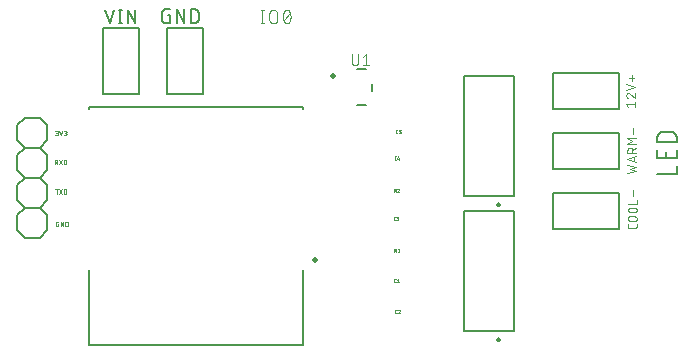
<source format=gbr>
G04 EAGLE Gerber RS-274X export*
G75*
%MOMM*%
%FSLAX34Y34*%
%LPD*%
%INSilkscreen Top*%
%IPPOS*%
%AMOC8*
5,1,8,0,0,1.08239X$1,22.5*%
G01*
%ADD10C,0.152400*%
%ADD11C,0.025400*%
%ADD12C,0.076200*%
%ADD13C,0.127000*%
%ADD14C,0.101600*%
%ADD15C,0.150000*%
%ADD16C,0.500000*%
%ADD17C,0.200000*%


D10*
X555498Y157988D02*
X571754Y157988D01*
X571754Y165213D01*
X571754Y171535D02*
X571754Y178760D01*
X571754Y171535D02*
X555498Y171535D01*
X555498Y178760D01*
X562723Y176954D02*
X562723Y171535D01*
X555498Y185052D02*
X571754Y185052D01*
X555498Y185052D02*
X555498Y189568D01*
X555500Y189699D01*
X555506Y189831D01*
X555515Y189962D01*
X555529Y190092D01*
X555546Y190223D01*
X555567Y190352D01*
X555591Y190481D01*
X555620Y190609D01*
X555652Y190737D01*
X555688Y190863D01*
X555727Y190988D01*
X555770Y191113D01*
X555817Y191235D01*
X555867Y191357D01*
X555921Y191477D01*
X555978Y191595D01*
X556039Y191711D01*
X556103Y191826D01*
X556170Y191939D01*
X556241Y192050D01*
X556315Y192158D01*
X556392Y192265D01*
X556472Y192369D01*
X556555Y192471D01*
X556640Y192570D01*
X556729Y192667D01*
X556821Y192761D01*
X556915Y192853D01*
X557012Y192942D01*
X557111Y193027D01*
X557213Y193110D01*
X557317Y193190D01*
X557424Y193267D01*
X557532Y193341D01*
X557643Y193412D01*
X557756Y193479D01*
X557871Y193543D01*
X557987Y193604D01*
X558105Y193661D01*
X558225Y193715D01*
X558347Y193765D01*
X558469Y193812D01*
X558594Y193855D01*
X558719Y193894D01*
X558845Y193930D01*
X558973Y193962D01*
X559101Y193991D01*
X559230Y194015D01*
X559359Y194036D01*
X559490Y194053D01*
X559620Y194067D01*
X559751Y194076D01*
X559883Y194082D01*
X560014Y194084D01*
X560014Y194083D02*
X567238Y194083D01*
X567238Y194084D02*
X567369Y194082D01*
X567501Y194076D01*
X567632Y194067D01*
X567762Y194053D01*
X567893Y194036D01*
X568022Y194015D01*
X568151Y193991D01*
X568279Y193962D01*
X568407Y193930D01*
X568533Y193894D01*
X568658Y193855D01*
X568783Y193812D01*
X568905Y193765D01*
X569027Y193715D01*
X569147Y193661D01*
X569265Y193604D01*
X569381Y193543D01*
X569496Y193479D01*
X569609Y193412D01*
X569720Y193341D01*
X569828Y193267D01*
X569935Y193190D01*
X570039Y193110D01*
X570141Y193027D01*
X570240Y192942D01*
X570337Y192853D01*
X570431Y192761D01*
X570523Y192667D01*
X570612Y192570D01*
X570697Y192471D01*
X570780Y192369D01*
X570860Y192265D01*
X570937Y192158D01*
X571011Y192050D01*
X571082Y191939D01*
X571149Y191826D01*
X571213Y191711D01*
X571274Y191595D01*
X571331Y191477D01*
X571385Y191357D01*
X571435Y191235D01*
X571482Y191113D01*
X571525Y190988D01*
X571564Y190863D01*
X571600Y190737D01*
X571632Y190609D01*
X571661Y190481D01*
X571685Y190352D01*
X571706Y190222D01*
X571723Y190092D01*
X571737Y189962D01*
X571746Y189831D01*
X571752Y189699D01*
X571754Y189568D01*
X571754Y185052D01*
D11*
X46905Y191135D02*
X45847Y191135D01*
X46905Y191135D02*
X46969Y191137D01*
X47033Y191143D01*
X47096Y191152D01*
X47158Y191166D01*
X47220Y191183D01*
X47280Y191204D01*
X47339Y191228D01*
X47397Y191256D01*
X47452Y191288D01*
X47506Y191322D01*
X47557Y191360D01*
X47607Y191401D01*
X47653Y191445D01*
X47697Y191491D01*
X47738Y191541D01*
X47776Y191592D01*
X47810Y191646D01*
X47842Y191701D01*
X47870Y191759D01*
X47894Y191818D01*
X47915Y191878D01*
X47932Y191940D01*
X47946Y192002D01*
X47955Y192065D01*
X47961Y192129D01*
X47963Y192193D01*
X47961Y192257D01*
X47955Y192321D01*
X47946Y192384D01*
X47932Y192446D01*
X47915Y192508D01*
X47894Y192568D01*
X47870Y192627D01*
X47842Y192685D01*
X47810Y192740D01*
X47776Y192794D01*
X47738Y192845D01*
X47697Y192895D01*
X47653Y192941D01*
X47607Y192985D01*
X47557Y193026D01*
X47506Y193064D01*
X47452Y193098D01*
X47397Y193130D01*
X47339Y193158D01*
X47280Y193182D01*
X47220Y193203D01*
X47158Y193220D01*
X47096Y193234D01*
X47033Y193243D01*
X46969Y193249D01*
X46905Y193251D01*
X47117Y194945D02*
X45847Y194945D01*
X47117Y194945D02*
X47174Y194943D01*
X47230Y194937D01*
X47286Y194928D01*
X47341Y194915D01*
X47395Y194898D01*
X47448Y194878D01*
X47499Y194854D01*
X47549Y194827D01*
X47596Y194796D01*
X47642Y194763D01*
X47685Y194726D01*
X47726Y194687D01*
X47764Y194645D01*
X47799Y194600D01*
X47831Y194554D01*
X47860Y194505D01*
X47885Y194455D01*
X47907Y194402D01*
X47926Y194349D01*
X47941Y194294D01*
X47952Y194239D01*
X47960Y194183D01*
X47964Y194126D01*
X47964Y194070D01*
X47960Y194013D01*
X47952Y193957D01*
X47941Y193902D01*
X47926Y193847D01*
X47907Y193794D01*
X47885Y193741D01*
X47860Y193691D01*
X47831Y193642D01*
X47799Y193596D01*
X47764Y193551D01*
X47726Y193509D01*
X47685Y193470D01*
X47642Y193433D01*
X47596Y193400D01*
X47549Y193369D01*
X47499Y193342D01*
X47448Y193318D01*
X47395Y193298D01*
X47341Y193281D01*
X47286Y193268D01*
X47230Y193259D01*
X47174Y193253D01*
X47117Y193251D01*
X47117Y193252D02*
X46270Y193252D01*
X49293Y194945D02*
X50563Y191135D01*
X51833Y194945D01*
X53162Y191135D02*
X54220Y191135D01*
X54284Y191137D01*
X54348Y191143D01*
X54411Y191152D01*
X54473Y191166D01*
X54535Y191183D01*
X54595Y191204D01*
X54654Y191228D01*
X54712Y191256D01*
X54767Y191288D01*
X54821Y191322D01*
X54872Y191360D01*
X54922Y191401D01*
X54968Y191445D01*
X55012Y191491D01*
X55053Y191541D01*
X55091Y191592D01*
X55125Y191646D01*
X55157Y191701D01*
X55185Y191759D01*
X55209Y191818D01*
X55230Y191878D01*
X55247Y191940D01*
X55261Y192002D01*
X55270Y192065D01*
X55276Y192129D01*
X55278Y192193D01*
X55276Y192257D01*
X55270Y192321D01*
X55261Y192384D01*
X55247Y192446D01*
X55230Y192508D01*
X55209Y192568D01*
X55185Y192627D01*
X55157Y192685D01*
X55125Y192740D01*
X55091Y192794D01*
X55053Y192845D01*
X55012Y192895D01*
X54968Y192941D01*
X54922Y192985D01*
X54872Y193026D01*
X54821Y193064D01*
X54767Y193098D01*
X54712Y193130D01*
X54654Y193158D01*
X54595Y193182D01*
X54535Y193203D01*
X54473Y193220D01*
X54411Y193234D01*
X54348Y193243D01*
X54284Y193249D01*
X54220Y193251D01*
X54432Y194945D02*
X53162Y194945D01*
X54432Y194945D02*
X54489Y194943D01*
X54545Y194937D01*
X54601Y194928D01*
X54656Y194915D01*
X54710Y194898D01*
X54763Y194878D01*
X54814Y194854D01*
X54864Y194827D01*
X54911Y194796D01*
X54957Y194763D01*
X55000Y194726D01*
X55041Y194687D01*
X55079Y194645D01*
X55114Y194600D01*
X55146Y194554D01*
X55175Y194505D01*
X55200Y194455D01*
X55222Y194402D01*
X55241Y194349D01*
X55256Y194294D01*
X55267Y194239D01*
X55275Y194183D01*
X55279Y194126D01*
X55279Y194070D01*
X55275Y194013D01*
X55267Y193957D01*
X55256Y193902D01*
X55241Y193847D01*
X55222Y193794D01*
X55200Y193741D01*
X55175Y193691D01*
X55146Y193642D01*
X55114Y193596D01*
X55079Y193551D01*
X55041Y193509D01*
X55000Y193470D01*
X54957Y193433D01*
X54911Y193400D01*
X54864Y193369D01*
X54814Y193342D01*
X54763Y193318D01*
X54710Y193298D01*
X54656Y193281D01*
X54601Y193268D01*
X54545Y193259D01*
X54489Y193253D01*
X54432Y193251D01*
X54432Y193252D02*
X53585Y193252D01*
X45339Y170307D02*
X45339Y166497D01*
X45339Y170307D02*
X46397Y170307D01*
X46461Y170305D01*
X46525Y170299D01*
X46588Y170290D01*
X46650Y170276D01*
X46712Y170259D01*
X46772Y170238D01*
X46831Y170214D01*
X46889Y170186D01*
X46944Y170154D01*
X46998Y170120D01*
X47049Y170082D01*
X47099Y170041D01*
X47145Y169997D01*
X47189Y169951D01*
X47230Y169901D01*
X47268Y169850D01*
X47302Y169796D01*
X47334Y169741D01*
X47362Y169683D01*
X47386Y169624D01*
X47407Y169564D01*
X47424Y169502D01*
X47438Y169440D01*
X47447Y169377D01*
X47453Y169313D01*
X47455Y169249D01*
X47453Y169185D01*
X47447Y169121D01*
X47438Y169058D01*
X47424Y168996D01*
X47407Y168934D01*
X47386Y168874D01*
X47362Y168815D01*
X47334Y168757D01*
X47302Y168702D01*
X47268Y168648D01*
X47230Y168597D01*
X47189Y168547D01*
X47145Y168501D01*
X47099Y168457D01*
X47049Y168416D01*
X46998Y168378D01*
X46944Y168344D01*
X46889Y168312D01*
X46831Y168284D01*
X46772Y168260D01*
X46712Y168239D01*
X46650Y168222D01*
X46588Y168208D01*
X46525Y168199D01*
X46461Y168193D01*
X46397Y168191D01*
X46397Y168190D02*
X45339Y168190D01*
X46609Y168190D02*
X47456Y166497D01*
X48764Y166497D02*
X51304Y170307D01*
X48764Y170307D02*
X51304Y166497D01*
X52755Y166497D02*
X52755Y170307D01*
X53813Y170307D01*
X53877Y170305D01*
X53941Y170299D01*
X54004Y170290D01*
X54066Y170276D01*
X54128Y170259D01*
X54188Y170238D01*
X54247Y170214D01*
X54305Y170186D01*
X54360Y170154D01*
X54414Y170120D01*
X54465Y170082D01*
X54515Y170041D01*
X54561Y169997D01*
X54605Y169951D01*
X54646Y169901D01*
X54684Y169850D01*
X54718Y169796D01*
X54750Y169741D01*
X54778Y169683D01*
X54802Y169624D01*
X54823Y169564D01*
X54840Y169502D01*
X54854Y169440D01*
X54863Y169377D01*
X54869Y169313D01*
X54871Y169249D01*
X54872Y169249D02*
X54872Y167555D01*
X54871Y167555D02*
X54869Y167491D01*
X54863Y167427D01*
X54854Y167364D01*
X54840Y167302D01*
X54823Y167240D01*
X54802Y167180D01*
X54778Y167121D01*
X54750Y167063D01*
X54718Y167008D01*
X54684Y166954D01*
X54646Y166903D01*
X54605Y166853D01*
X54561Y166807D01*
X54515Y166763D01*
X54465Y166722D01*
X54414Y166684D01*
X54360Y166650D01*
X54305Y166618D01*
X54247Y166590D01*
X54188Y166566D01*
X54128Y166545D01*
X54066Y166528D01*
X54004Y166514D01*
X53941Y166505D01*
X53877Y166499D01*
X53813Y166497D01*
X52755Y166497D01*
X46905Y145415D02*
X46905Y141605D01*
X45847Y145415D02*
X47964Y145415D01*
X51589Y145415D02*
X49049Y141605D01*
X51589Y141605D02*
X49049Y145415D01*
X53040Y145415D02*
X53040Y141605D01*
X53040Y145415D02*
X54099Y145415D01*
X54163Y145413D01*
X54227Y145407D01*
X54290Y145398D01*
X54352Y145384D01*
X54414Y145367D01*
X54474Y145346D01*
X54533Y145322D01*
X54591Y145294D01*
X54646Y145262D01*
X54700Y145228D01*
X54751Y145190D01*
X54801Y145149D01*
X54847Y145105D01*
X54891Y145059D01*
X54932Y145009D01*
X54970Y144958D01*
X55004Y144904D01*
X55036Y144849D01*
X55064Y144791D01*
X55088Y144732D01*
X55109Y144672D01*
X55126Y144610D01*
X55140Y144548D01*
X55149Y144485D01*
X55155Y144421D01*
X55157Y144357D01*
X55157Y142663D01*
X55155Y142599D01*
X55149Y142535D01*
X55140Y142472D01*
X55126Y142410D01*
X55109Y142348D01*
X55088Y142288D01*
X55064Y142229D01*
X55036Y142171D01*
X55004Y142116D01*
X54970Y142062D01*
X54932Y142011D01*
X54891Y141961D01*
X54847Y141915D01*
X54801Y141871D01*
X54751Y141830D01*
X54700Y141792D01*
X54646Y141758D01*
X54591Y141726D01*
X54533Y141698D01*
X54474Y141674D01*
X54414Y141653D01*
X54352Y141636D01*
X54290Y141622D01*
X54227Y141613D01*
X54163Y141607D01*
X54099Y141605D01*
X53040Y141605D01*
X48472Y116290D02*
X47837Y116290D01*
X48472Y116290D02*
X48472Y114173D01*
X47202Y114173D01*
X47147Y114175D01*
X47091Y114180D01*
X47037Y114189D01*
X46983Y114202D01*
X46930Y114218D01*
X46878Y114237D01*
X46827Y114260D01*
X46779Y114286D01*
X46731Y114316D01*
X46686Y114348D01*
X46644Y114383D01*
X46603Y114421D01*
X46565Y114462D01*
X46530Y114504D01*
X46498Y114549D01*
X46468Y114597D01*
X46442Y114645D01*
X46419Y114696D01*
X46400Y114748D01*
X46384Y114801D01*
X46371Y114855D01*
X46362Y114909D01*
X46357Y114965D01*
X46355Y115020D01*
X46355Y117136D01*
X46357Y117194D01*
X46363Y117251D01*
X46373Y117308D01*
X46386Y117365D01*
X46404Y117420D01*
X46425Y117473D01*
X46450Y117526D01*
X46478Y117576D01*
X46510Y117624D01*
X46545Y117671D01*
X46583Y117714D01*
X46624Y117755D01*
X46667Y117793D01*
X46714Y117828D01*
X46762Y117860D01*
X46812Y117888D01*
X46865Y117913D01*
X46918Y117934D01*
X46973Y117952D01*
X47030Y117965D01*
X47087Y117975D01*
X47144Y117981D01*
X47202Y117983D01*
X48472Y117983D01*
X50256Y117983D02*
X50256Y114173D01*
X52373Y114173D02*
X50256Y117983D01*
X52373Y117983D02*
X52373Y114173D01*
X54158Y114173D02*
X54158Y117983D01*
X55216Y117983D01*
X55280Y117981D01*
X55344Y117975D01*
X55407Y117966D01*
X55469Y117952D01*
X55531Y117935D01*
X55591Y117914D01*
X55650Y117890D01*
X55708Y117862D01*
X55763Y117830D01*
X55817Y117796D01*
X55868Y117758D01*
X55918Y117717D01*
X55964Y117673D01*
X56008Y117627D01*
X56049Y117577D01*
X56087Y117526D01*
X56121Y117472D01*
X56153Y117417D01*
X56181Y117359D01*
X56205Y117300D01*
X56226Y117240D01*
X56243Y117178D01*
X56257Y117116D01*
X56266Y117053D01*
X56272Y116989D01*
X56274Y116925D01*
X56274Y115231D01*
X56272Y115167D01*
X56266Y115103D01*
X56257Y115040D01*
X56243Y114978D01*
X56226Y114916D01*
X56205Y114856D01*
X56181Y114797D01*
X56153Y114739D01*
X56121Y114684D01*
X56087Y114630D01*
X56049Y114579D01*
X56008Y114529D01*
X55964Y114483D01*
X55918Y114439D01*
X55868Y114398D01*
X55817Y114360D01*
X55763Y114326D01*
X55708Y114294D01*
X55650Y114266D01*
X55591Y114242D01*
X55531Y114221D01*
X55469Y114204D01*
X55407Y114190D01*
X55344Y114181D01*
X55280Y114175D01*
X55216Y114173D01*
X54158Y114173D01*
D10*
X467360Y213360D02*
X467360Y243840D01*
X467360Y213360D02*
X523240Y213360D01*
X523240Y243840D01*
X467360Y243840D01*
D12*
X529209Y217300D02*
X530846Y215254D01*
X529209Y217300D02*
X536575Y217300D01*
X536575Y215254D02*
X536575Y219347D01*
X531051Y226662D02*
X530966Y226660D01*
X530881Y226654D01*
X530797Y226644D01*
X530713Y226631D01*
X530629Y226613D01*
X530547Y226592D01*
X530466Y226567D01*
X530386Y226538D01*
X530307Y226505D01*
X530230Y226469D01*
X530155Y226429D01*
X530081Y226386D01*
X530010Y226340D01*
X529941Y226290D01*
X529874Y226237D01*
X529810Y226181D01*
X529749Y226122D01*
X529690Y226061D01*
X529634Y225997D01*
X529581Y225930D01*
X529531Y225861D01*
X529485Y225790D01*
X529442Y225716D01*
X529402Y225641D01*
X529366Y225564D01*
X529333Y225485D01*
X529304Y225405D01*
X529279Y225324D01*
X529258Y225242D01*
X529240Y225158D01*
X529227Y225074D01*
X529217Y224990D01*
X529211Y224905D01*
X529209Y224820D01*
X529211Y224724D01*
X529217Y224628D01*
X529227Y224533D01*
X529240Y224438D01*
X529258Y224343D01*
X529279Y224250D01*
X529304Y224157D01*
X529333Y224066D01*
X529365Y223975D01*
X529401Y223886D01*
X529441Y223799D01*
X529484Y223713D01*
X529530Y223629D01*
X529580Y223547D01*
X529634Y223467D01*
X529690Y223390D01*
X529750Y223315D01*
X529812Y223242D01*
X529878Y223172D01*
X529946Y223104D01*
X530017Y223039D01*
X530090Y222978D01*
X530166Y222919D01*
X530245Y222863D01*
X530325Y222811D01*
X530408Y222762D01*
X530492Y222716D01*
X530578Y222674D01*
X530666Y222636D01*
X530755Y222601D01*
X530846Y222569D01*
X532483Y226048D02*
X532424Y226108D01*
X532362Y226165D01*
X532298Y226220D01*
X532231Y226271D01*
X532162Y226320D01*
X532092Y226366D01*
X532019Y226409D01*
X531945Y226449D01*
X531869Y226485D01*
X531791Y226518D01*
X531712Y226548D01*
X531632Y226575D01*
X531551Y226598D01*
X531469Y226617D01*
X531387Y226633D01*
X531303Y226646D01*
X531219Y226655D01*
X531135Y226660D01*
X531051Y226662D01*
X532483Y226048D02*
X536575Y222570D01*
X536575Y226662D01*
X536575Y231931D02*
X529209Y229476D01*
X529209Y234386D02*
X536575Y231931D01*
X533710Y237278D02*
X533710Y242189D01*
X531255Y239734D02*
X536166Y239734D01*
D11*
X334109Y66675D02*
X333488Y66675D01*
X333439Y66677D01*
X333391Y66683D01*
X333343Y66692D01*
X333296Y66705D01*
X333250Y66722D01*
X333206Y66743D01*
X333164Y66767D01*
X333123Y66794D01*
X333085Y66824D01*
X333049Y66857D01*
X333016Y66893D01*
X332986Y66931D01*
X332959Y66972D01*
X332935Y67014D01*
X332914Y67058D01*
X332897Y67104D01*
X332884Y67151D01*
X332875Y67199D01*
X332869Y67247D01*
X332867Y67296D01*
X332867Y68848D01*
X332869Y68897D01*
X332875Y68945D01*
X332884Y68993D01*
X332897Y69040D01*
X332914Y69086D01*
X332935Y69130D01*
X332959Y69172D01*
X332986Y69213D01*
X333016Y69251D01*
X333049Y69287D01*
X333085Y69320D01*
X333123Y69350D01*
X333164Y69377D01*
X333206Y69401D01*
X333250Y69422D01*
X333296Y69439D01*
X333343Y69452D01*
X333391Y69461D01*
X333439Y69467D01*
X333488Y69469D01*
X334109Y69469D01*
X335161Y68848D02*
X335937Y69469D01*
X335937Y66675D01*
X335161Y66675D02*
X336713Y66675D01*
X334871Y40767D02*
X334250Y40767D01*
X334201Y40769D01*
X334153Y40775D01*
X334105Y40784D01*
X334058Y40797D01*
X334012Y40814D01*
X333968Y40835D01*
X333926Y40859D01*
X333885Y40886D01*
X333847Y40916D01*
X333811Y40949D01*
X333778Y40985D01*
X333748Y41023D01*
X333721Y41064D01*
X333697Y41106D01*
X333676Y41150D01*
X333659Y41196D01*
X333646Y41243D01*
X333637Y41291D01*
X333631Y41339D01*
X333629Y41388D01*
X333629Y42940D01*
X333631Y42989D01*
X333637Y43037D01*
X333646Y43085D01*
X333659Y43132D01*
X333676Y43178D01*
X333697Y43222D01*
X333721Y43264D01*
X333748Y43305D01*
X333778Y43343D01*
X333811Y43379D01*
X333847Y43412D01*
X333885Y43442D01*
X333926Y43469D01*
X333968Y43493D01*
X334012Y43514D01*
X334058Y43531D01*
X334105Y43544D01*
X334153Y43553D01*
X334201Y43559D01*
X334250Y43561D01*
X334871Y43561D01*
X336777Y43562D02*
X336827Y43560D01*
X336876Y43555D01*
X336926Y43546D01*
X336974Y43534D01*
X337021Y43518D01*
X337067Y43499D01*
X337112Y43476D01*
X337155Y43451D01*
X337196Y43423D01*
X337235Y43391D01*
X337271Y43357D01*
X337305Y43321D01*
X337337Y43282D01*
X337365Y43241D01*
X337390Y43198D01*
X337413Y43153D01*
X337432Y43107D01*
X337448Y43060D01*
X337460Y43012D01*
X337469Y42962D01*
X337474Y42913D01*
X337476Y42863D01*
X336777Y43561D02*
X336721Y43559D01*
X336664Y43554D01*
X336609Y43545D01*
X336554Y43533D01*
X336500Y43517D01*
X336447Y43498D01*
X336395Y43476D01*
X336345Y43450D01*
X336296Y43421D01*
X336249Y43389D01*
X336205Y43355D01*
X336163Y43318D01*
X336123Y43278D01*
X336085Y43235D01*
X336051Y43191D01*
X336019Y43144D01*
X335991Y43096D01*
X335965Y43045D01*
X335943Y42993D01*
X335924Y42940D01*
X337242Y42320D02*
X337278Y42356D01*
X337311Y42394D01*
X337341Y42435D01*
X337368Y42478D01*
X337393Y42522D01*
X337414Y42568D01*
X337433Y42615D01*
X337448Y42663D01*
X337460Y42712D01*
X337468Y42762D01*
X337473Y42812D01*
X337475Y42863D01*
X337243Y42319D02*
X335923Y40767D01*
X337475Y40767D01*
X333601Y119253D02*
X332980Y119253D01*
X332931Y119255D01*
X332883Y119261D01*
X332835Y119270D01*
X332788Y119283D01*
X332742Y119300D01*
X332698Y119321D01*
X332656Y119345D01*
X332615Y119372D01*
X332577Y119402D01*
X332541Y119435D01*
X332508Y119471D01*
X332478Y119509D01*
X332451Y119550D01*
X332427Y119592D01*
X332406Y119636D01*
X332389Y119682D01*
X332376Y119729D01*
X332367Y119777D01*
X332361Y119825D01*
X332359Y119874D01*
X332359Y121426D01*
X332361Y121475D01*
X332367Y121523D01*
X332376Y121571D01*
X332389Y121618D01*
X332406Y121664D01*
X332427Y121708D01*
X332451Y121750D01*
X332478Y121791D01*
X332508Y121829D01*
X332541Y121865D01*
X332577Y121898D01*
X332615Y121928D01*
X332656Y121955D01*
X332698Y121979D01*
X332742Y122000D01*
X332788Y122017D01*
X332835Y122030D01*
X332883Y122039D01*
X332931Y122045D01*
X332980Y122047D01*
X333601Y122047D01*
X334653Y119253D02*
X335429Y119253D01*
X335484Y119255D01*
X335539Y119261D01*
X335594Y119271D01*
X335648Y119284D01*
X335700Y119302D01*
X335751Y119323D01*
X335801Y119348D01*
X335849Y119376D01*
X335894Y119408D01*
X335937Y119443D01*
X335978Y119480D01*
X336015Y119521D01*
X336050Y119564D01*
X336082Y119609D01*
X336110Y119657D01*
X336135Y119707D01*
X336156Y119758D01*
X336174Y119810D01*
X336187Y119864D01*
X336197Y119919D01*
X336203Y119974D01*
X336205Y120029D01*
X336203Y120084D01*
X336197Y120139D01*
X336187Y120194D01*
X336174Y120248D01*
X336156Y120300D01*
X336135Y120351D01*
X336110Y120401D01*
X336082Y120449D01*
X336050Y120494D01*
X336015Y120537D01*
X335978Y120578D01*
X335937Y120615D01*
X335894Y120650D01*
X335849Y120682D01*
X335801Y120710D01*
X335751Y120735D01*
X335700Y120756D01*
X335648Y120774D01*
X335594Y120787D01*
X335539Y120797D01*
X335484Y120803D01*
X335429Y120805D01*
X335584Y122047D02*
X334653Y122047D01*
X335584Y122047D02*
X335633Y122045D01*
X335681Y122039D01*
X335729Y122030D01*
X335776Y122017D01*
X335822Y122000D01*
X335866Y121979D01*
X335908Y121955D01*
X335949Y121928D01*
X335987Y121898D01*
X336023Y121865D01*
X336056Y121829D01*
X336086Y121791D01*
X336113Y121750D01*
X336137Y121708D01*
X336158Y121664D01*
X336175Y121618D01*
X336188Y121571D01*
X336197Y121523D01*
X336203Y121475D01*
X336205Y121426D01*
X336203Y121377D01*
X336197Y121329D01*
X336188Y121281D01*
X336175Y121234D01*
X336158Y121188D01*
X336137Y121144D01*
X336113Y121102D01*
X336086Y121061D01*
X336056Y121023D01*
X336023Y120987D01*
X335987Y120954D01*
X335949Y120924D01*
X335908Y120897D01*
X335866Y120873D01*
X335822Y120852D01*
X335776Y120835D01*
X335729Y120822D01*
X335681Y120813D01*
X335633Y120807D01*
X335584Y120805D01*
X334964Y120805D01*
X334363Y170561D02*
X333742Y170561D01*
X333693Y170563D01*
X333645Y170569D01*
X333597Y170578D01*
X333550Y170591D01*
X333504Y170608D01*
X333460Y170629D01*
X333418Y170653D01*
X333377Y170680D01*
X333339Y170710D01*
X333303Y170743D01*
X333270Y170779D01*
X333240Y170817D01*
X333213Y170858D01*
X333189Y170900D01*
X333168Y170944D01*
X333151Y170990D01*
X333138Y171037D01*
X333129Y171085D01*
X333123Y171133D01*
X333121Y171182D01*
X333121Y172734D01*
X333123Y172783D01*
X333129Y172831D01*
X333138Y172879D01*
X333151Y172926D01*
X333168Y172972D01*
X333189Y173016D01*
X333213Y173058D01*
X333240Y173099D01*
X333270Y173137D01*
X333303Y173173D01*
X333339Y173206D01*
X333377Y173236D01*
X333418Y173263D01*
X333460Y173287D01*
X333504Y173308D01*
X333550Y173325D01*
X333597Y173338D01*
X333645Y173347D01*
X333693Y173353D01*
X333742Y173355D01*
X334363Y173355D01*
X336036Y173355D02*
X335415Y171182D01*
X336967Y171182D01*
X336502Y171803D02*
X336502Y170561D01*
X335498Y192794D02*
X334877Y192794D01*
X334828Y192796D01*
X334780Y192802D01*
X334732Y192811D01*
X334685Y192824D01*
X334639Y192841D01*
X334595Y192862D01*
X334553Y192886D01*
X334512Y192913D01*
X334474Y192943D01*
X334438Y192976D01*
X334405Y193012D01*
X334375Y193050D01*
X334348Y193091D01*
X334324Y193133D01*
X334303Y193177D01*
X334286Y193223D01*
X334273Y193270D01*
X334264Y193318D01*
X334258Y193366D01*
X334256Y193415D01*
X334256Y194967D01*
X334258Y195016D01*
X334264Y195064D01*
X334273Y195112D01*
X334286Y195159D01*
X334303Y195205D01*
X334324Y195249D01*
X334348Y195291D01*
X334375Y195332D01*
X334405Y195370D01*
X334438Y195406D01*
X334474Y195439D01*
X334512Y195469D01*
X334553Y195496D01*
X334595Y195520D01*
X334639Y195541D01*
X334685Y195558D01*
X334732Y195571D01*
X334780Y195580D01*
X334828Y195586D01*
X334877Y195588D01*
X335498Y195588D01*
X336550Y192794D02*
X337482Y192794D01*
X337531Y192796D01*
X337579Y192802D01*
X337627Y192811D01*
X337674Y192824D01*
X337720Y192841D01*
X337764Y192862D01*
X337806Y192886D01*
X337847Y192913D01*
X337885Y192943D01*
X337921Y192976D01*
X337954Y193012D01*
X337984Y193050D01*
X338011Y193091D01*
X338035Y193133D01*
X338056Y193177D01*
X338073Y193223D01*
X338086Y193270D01*
X338095Y193318D01*
X338101Y193366D01*
X338103Y193415D01*
X338102Y193415D02*
X338102Y193725D01*
X338103Y193725D02*
X338101Y193774D01*
X338095Y193822D01*
X338086Y193870D01*
X338073Y193917D01*
X338056Y193963D01*
X338035Y194007D01*
X338011Y194049D01*
X337984Y194090D01*
X337954Y194128D01*
X337921Y194164D01*
X337885Y194197D01*
X337847Y194227D01*
X337806Y194254D01*
X337764Y194278D01*
X337720Y194299D01*
X337674Y194316D01*
X337627Y194329D01*
X337579Y194338D01*
X337531Y194344D01*
X337482Y194346D01*
X336550Y194346D01*
X336550Y195588D01*
X338102Y195588D01*
D10*
X467360Y142240D02*
X467360Y111760D01*
X523240Y111760D01*
X523240Y142240D01*
X467360Y142240D01*
D12*
X538099Y115594D02*
X538099Y113957D01*
X538097Y113879D01*
X538092Y113801D01*
X538082Y113724D01*
X538069Y113647D01*
X538053Y113571D01*
X538033Y113496D01*
X538009Y113422D01*
X537982Y113349D01*
X537951Y113277D01*
X537917Y113207D01*
X537880Y113139D01*
X537839Y113072D01*
X537795Y113007D01*
X537749Y112945D01*
X537699Y112885D01*
X537647Y112827D01*
X537592Y112772D01*
X537534Y112720D01*
X537474Y112670D01*
X537412Y112624D01*
X537347Y112580D01*
X537281Y112539D01*
X537212Y112502D01*
X537142Y112468D01*
X537070Y112437D01*
X536997Y112410D01*
X536923Y112386D01*
X536848Y112366D01*
X536772Y112350D01*
X536695Y112337D01*
X536618Y112327D01*
X536540Y112322D01*
X536462Y112320D01*
X536462Y112321D02*
X532370Y112321D01*
X532290Y112323D01*
X532210Y112329D01*
X532130Y112339D01*
X532051Y112352D01*
X531972Y112370D01*
X531895Y112391D01*
X531819Y112417D01*
X531744Y112446D01*
X531670Y112478D01*
X531598Y112514D01*
X531528Y112554D01*
X531461Y112597D01*
X531395Y112643D01*
X531332Y112693D01*
X531271Y112745D01*
X531212Y112800D01*
X531157Y112859D01*
X531105Y112919D01*
X531055Y112983D01*
X531009Y113048D01*
X530966Y113116D01*
X530926Y113186D01*
X530890Y113258D01*
X530858Y113332D01*
X530829Y113406D01*
X530804Y113483D01*
X530782Y113560D01*
X530764Y113639D01*
X530751Y113718D01*
X530741Y113797D01*
X530735Y113878D01*
X530733Y113958D01*
X530733Y113957D02*
X530733Y115594D01*
X532779Y118440D02*
X536053Y118440D01*
X532779Y118440D02*
X532690Y118442D01*
X532601Y118448D01*
X532512Y118458D01*
X532424Y118471D01*
X532336Y118488D01*
X532249Y118510D01*
X532164Y118535D01*
X532079Y118563D01*
X531996Y118596D01*
X531914Y118632D01*
X531834Y118671D01*
X531756Y118714D01*
X531680Y118760D01*
X531605Y118810D01*
X531533Y118863D01*
X531464Y118919D01*
X531397Y118978D01*
X531332Y119039D01*
X531271Y119104D01*
X531212Y119171D01*
X531156Y119240D01*
X531103Y119312D01*
X531053Y119387D01*
X531007Y119463D01*
X530964Y119541D01*
X530925Y119621D01*
X530889Y119703D01*
X530856Y119786D01*
X530828Y119871D01*
X530803Y119956D01*
X530781Y120043D01*
X530764Y120131D01*
X530751Y120219D01*
X530741Y120308D01*
X530735Y120397D01*
X530733Y120486D01*
X530735Y120575D01*
X530741Y120664D01*
X530751Y120753D01*
X530764Y120841D01*
X530781Y120929D01*
X530803Y121016D01*
X530828Y121101D01*
X530856Y121186D01*
X530889Y121269D01*
X530925Y121351D01*
X530964Y121431D01*
X531007Y121509D01*
X531053Y121585D01*
X531103Y121660D01*
X531156Y121732D01*
X531212Y121801D01*
X531271Y121868D01*
X531332Y121933D01*
X531397Y121994D01*
X531464Y122053D01*
X531533Y122109D01*
X531605Y122162D01*
X531680Y122212D01*
X531756Y122258D01*
X531834Y122301D01*
X531914Y122340D01*
X531996Y122376D01*
X532079Y122409D01*
X532164Y122437D01*
X532249Y122462D01*
X532336Y122484D01*
X532424Y122501D01*
X532512Y122514D01*
X532601Y122524D01*
X532690Y122530D01*
X532779Y122532D01*
X536053Y122532D01*
X536142Y122530D01*
X536231Y122524D01*
X536320Y122514D01*
X536408Y122501D01*
X536496Y122484D01*
X536583Y122462D01*
X536668Y122437D01*
X536753Y122409D01*
X536836Y122376D01*
X536918Y122340D01*
X536998Y122301D01*
X537076Y122258D01*
X537152Y122212D01*
X537227Y122162D01*
X537299Y122109D01*
X537368Y122053D01*
X537435Y121994D01*
X537500Y121933D01*
X537561Y121868D01*
X537620Y121801D01*
X537676Y121732D01*
X537729Y121660D01*
X537779Y121585D01*
X537825Y121509D01*
X537868Y121431D01*
X537907Y121351D01*
X537943Y121269D01*
X537976Y121186D01*
X538004Y121101D01*
X538029Y121016D01*
X538051Y120929D01*
X538068Y120841D01*
X538081Y120753D01*
X538091Y120664D01*
X538097Y120575D01*
X538099Y120486D01*
X538097Y120397D01*
X538091Y120308D01*
X538081Y120219D01*
X538068Y120131D01*
X538051Y120043D01*
X538029Y119956D01*
X538004Y119871D01*
X537976Y119786D01*
X537943Y119703D01*
X537907Y119621D01*
X537868Y119541D01*
X537825Y119463D01*
X537779Y119387D01*
X537729Y119312D01*
X537676Y119240D01*
X537620Y119171D01*
X537561Y119104D01*
X537500Y119039D01*
X537435Y118978D01*
X537368Y118919D01*
X537299Y118863D01*
X537227Y118810D01*
X537152Y118760D01*
X537076Y118714D01*
X536998Y118671D01*
X536918Y118632D01*
X536836Y118596D01*
X536753Y118563D01*
X536668Y118535D01*
X536583Y118510D01*
X536496Y118488D01*
X536408Y118471D01*
X536320Y118458D01*
X536231Y118448D01*
X536142Y118442D01*
X536053Y118440D01*
X536053Y125755D02*
X532779Y125755D01*
X532690Y125757D01*
X532601Y125763D01*
X532512Y125773D01*
X532424Y125786D01*
X532336Y125803D01*
X532249Y125825D01*
X532164Y125850D01*
X532079Y125878D01*
X531996Y125911D01*
X531914Y125947D01*
X531834Y125986D01*
X531756Y126029D01*
X531680Y126075D01*
X531605Y126125D01*
X531533Y126178D01*
X531464Y126234D01*
X531397Y126293D01*
X531332Y126354D01*
X531271Y126419D01*
X531212Y126486D01*
X531156Y126555D01*
X531103Y126627D01*
X531053Y126702D01*
X531007Y126778D01*
X530964Y126856D01*
X530925Y126936D01*
X530889Y127018D01*
X530856Y127101D01*
X530828Y127186D01*
X530803Y127271D01*
X530781Y127358D01*
X530764Y127446D01*
X530751Y127534D01*
X530741Y127623D01*
X530735Y127712D01*
X530733Y127801D01*
X530735Y127890D01*
X530741Y127979D01*
X530751Y128068D01*
X530764Y128156D01*
X530781Y128244D01*
X530803Y128331D01*
X530828Y128416D01*
X530856Y128501D01*
X530889Y128584D01*
X530925Y128666D01*
X530964Y128746D01*
X531007Y128824D01*
X531053Y128900D01*
X531103Y128975D01*
X531156Y129047D01*
X531212Y129116D01*
X531271Y129183D01*
X531332Y129248D01*
X531397Y129309D01*
X531464Y129368D01*
X531533Y129424D01*
X531605Y129477D01*
X531680Y129527D01*
X531756Y129573D01*
X531834Y129616D01*
X531914Y129655D01*
X531996Y129691D01*
X532079Y129724D01*
X532164Y129752D01*
X532249Y129777D01*
X532336Y129799D01*
X532424Y129816D01*
X532512Y129829D01*
X532601Y129839D01*
X532690Y129845D01*
X532779Y129847D01*
X536053Y129847D01*
X536142Y129845D01*
X536231Y129839D01*
X536320Y129829D01*
X536408Y129816D01*
X536496Y129799D01*
X536583Y129777D01*
X536668Y129752D01*
X536753Y129724D01*
X536836Y129691D01*
X536918Y129655D01*
X536998Y129616D01*
X537076Y129573D01*
X537152Y129527D01*
X537227Y129477D01*
X537299Y129424D01*
X537368Y129368D01*
X537435Y129309D01*
X537500Y129248D01*
X537561Y129183D01*
X537620Y129116D01*
X537676Y129047D01*
X537729Y128975D01*
X537779Y128900D01*
X537825Y128824D01*
X537868Y128746D01*
X537907Y128666D01*
X537943Y128584D01*
X537976Y128501D01*
X538004Y128416D01*
X538029Y128331D01*
X538051Y128244D01*
X538068Y128156D01*
X538081Y128068D01*
X538091Y127979D01*
X538097Y127890D01*
X538099Y127801D01*
X538097Y127712D01*
X538091Y127623D01*
X538081Y127534D01*
X538068Y127446D01*
X538051Y127358D01*
X538029Y127271D01*
X538004Y127186D01*
X537976Y127101D01*
X537943Y127018D01*
X537907Y126936D01*
X537868Y126856D01*
X537825Y126778D01*
X537779Y126702D01*
X537729Y126627D01*
X537676Y126555D01*
X537620Y126486D01*
X537561Y126419D01*
X537500Y126354D01*
X537435Y126293D01*
X537368Y126234D01*
X537299Y126178D01*
X537227Y126125D01*
X537152Y126075D01*
X537076Y126029D01*
X536998Y125986D01*
X536918Y125947D01*
X536836Y125911D01*
X536753Y125878D01*
X536668Y125850D01*
X536583Y125825D01*
X536496Y125803D01*
X536408Y125786D01*
X536320Y125773D01*
X536231Y125763D01*
X536142Y125757D01*
X536053Y125755D01*
X538099Y133330D02*
X530733Y133330D01*
X538099Y133330D02*
X538099Y136603D01*
X535234Y139488D02*
X535234Y144399D01*
D10*
X170561Y226060D02*
X140081Y226060D01*
X170561Y226060D02*
X170561Y281940D01*
X140081Y281940D01*
X140081Y226060D01*
D13*
X140843Y292735D02*
X142748Y292735D01*
X142748Y286385D01*
X138938Y286385D01*
X138838Y286387D01*
X138739Y286393D01*
X138639Y286403D01*
X138541Y286416D01*
X138442Y286434D01*
X138345Y286455D01*
X138249Y286480D01*
X138153Y286509D01*
X138059Y286542D01*
X137966Y286578D01*
X137875Y286618D01*
X137785Y286662D01*
X137697Y286709D01*
X137611Y286759D01*
X137527Y286813D01*
X137445Y286870D01*
X137366Y286930D01*
X137288Y286994D01*
X137214Y287060D01*
X137142Y287129D01*
X137073Y287201D01*
X137007Y287275D01*
X136943Y287353D01*
X136883Y287432D01*
X136826Y287514D01*
X136772Y287598D01*
X136722Y287684D01*
X136675Y287772D01*
X136631Y287862D01*
X136591Y287953D01*
X136555Y288046D01*
X136522Y288140D01*
X136493Y288236D01*
X136468Y288332D01*
X136447Y288429D01*
X136429Y288528D01*
X136416Y288626D01*
X136406Y288726D01*
X136400Y288825D01*
X136398Y288925D01*
X136398Y295275D01*
X136400Y295375D01*
X136406Y295474D01*
X136416Y295574D01*
X136429Y295672D01*
X136447Y295771D01*
X136468Y295868D01*
X136493Y295964D01*
X136522Y296060D01*
X136555Y296154D01*
X136591Y296247D01*
X136631Y296338D01*
X136675Y296428D01*
X136722Y296516D01*
X136772Y296602D01*
X136826Y296686D01*
X136883Y296768D01*
X136943Y296847D01*
X137007Y296925D01*
X137073Y296999D01*
X137142Y297071D01*
X137214Y297140D01*
X137288Y297206D01*
X137366Y297270D01*
X137445Y297330D01*
X137527Y297387D01*
X137611Y297441D01*
X137697Y297491D01*
X137785Y297538D01*
X137875Y297582D01*
X137966Y297622D01*
X138059Y297658D01*
X138153Y297691D01*
X138249Y297720D01*
X138345Y297745D01*
X138442Y297766D01*
X138541Y297784D01*
X138639Y297797D01*
X138739Y297807D01*
X138838Y297813D01*
X138938Y297815D01*
X142748Y297815D01*
X148590Y297815D02*
X148590Y286385D01*
X154940Y286385D02*
X148590Y297815D01*
X154940Y297815D02*
X154940Y286385D01*
X160782Y286385D02*
X160782Y297815D01*
X163957Y297815D01*
X164068Y297813D01*
X164178Y297807D01*
X164289Y297798D01*
X164399Y297784D01*
X164508Y297767D01*
X164617Y297746D01*
X164725Y297721D01*
X164832Y297692D01*
X164938Y297660D01*
X165043Y297624D01*
X165146Y297584D01*
X165248Y297541D01*
X165349Y297494D01*
X165448Y297443D01*
X165545Y297390D01*
X165639Y297333D01*
X165732Y297272D01*
X165823Y297209D01*
X165912Y297142D01*
X165998Y297072D01*
X166081Y296999D01*
X166163Y296924D01*
X166241Y296846D01*
X166316Y296764D01*
X166389Y296681D01*
X166459Y296595D01*
X166526Y296506D01*
X166589Y296415D01*
X166650Y296322D01*
X166707Y296228D01*
X166760Y296131D01*
X166811Y296032D01*
X166858Y295931D01*
X166901Y295829D01*
X166941Y295726D01*
X166977Y295621D01*
X167009Y295515D01*
X167038Y295408D01*
X167063Y295300D01*
X167084Y295191D01*
X167101Y295082D01*
X167115Y294972D01*
X167124Y294861D01*
X167130Y294751D01*
X167132Y294640D01*
X167132Y289560D01*
X167130Y289449D01*
X167124Y289339D01*
X167115Y289228D01*
X167101Y289118D01*
X167084Y289009D01*
X167063Y288900D01*
X167038Y288792D01*
X167009Y288685D01*
X166977Y288579D01*
X166941Y288474D01*
X166901Y288371D01*
X166858Y288269D01*
X166811Y288168D01*
X166760Y288069D01*
X166707Y287972D01*
X166650Y287878D01*
X166589Y287785D01*
X166526Y287694D01*
X166459Y287605D01*
X166389Y287519D01*
X166316Y287436D01*
X166241Y287354D01*
X166163Y287276D01*
X166081Y287201D01*
X165998Y287128D01*
X165912Y287058D01*
X165823Y286991D01*
X165732Y286928D01*
X165639Y286867D01*
X165544Y286810D01*
X165448Y286757D01*
X165349Y286706D01*
X165248Y286659D01*
X165146Y286616D01*
X165043Y286576D01*
X164938Y286540D01*
X164832Y286508D01*
X164725Y286479D01*
X164617Y286454D01*
X164508Y286433D01*
X164399Y286416D01*
X164289Y286402D01*
X164178Y286393D01*
X164068Y286387D01*
X163957Y286385D01*
X160782Y286385D01*
D14*
X221145Y285736D02*
X221145Y297420D01*
X219846Y285736D02*
X222443Y285736D01*
X222443Y297420D02*
X219846Y297420D01*
X227043Y294174D02*
X227043Y288982D01*
X227042Y294174D02*
X227044Y294287D01*
X227050Y294400D01*
X227060Y294513D01*
X227074Y294626D01*
X227091Y294738D01*
X227113Y294849D01*
X227138Y294959D01*
X227168Y295069D01*
X227201Y295177D01*
X227238Y295284D01*
X227278Y295390D01*
X227323Y295494D01*
X227371Y295597D01*
X227422Y295698D01*
X227477Y295797D01*
X227535Y295894D01*
X227597Y295989D01*
X227662Y296082D01*
X227730Y296172D01*
X227801Y296260D01*
X227876Y296346D01*
X227953Y296429D01*
X228033Y296509D01*
X228116Y296586D01*
X228202Y296661D01*
X228290Y296732D01*
X228380Y296800D01*
X228473Y296865D01*
X228568Y296927D01*
X228665Y296985D01*
X228764Y297040D01*
X228865Y297091D01*
X228968Y297139D01*
X229072Y297184D01*
X229178Y297224D01*
X229285Y297261D01*
X229393Y297294D01*
X229503Y297324D01*
X229613Y297349D01*
X229724Y297371D01*
X229836Y297388D01*
X229949Y297402D01*
X230062Y297412D01*
X230175Y297418D01*
X230288Y297420D01*
X230401Y297418D01*
X230514Y297412D01*
X230627Y297402D01*
X230740Y297388D01*
X230852Y297371D01*
X230963Y297349D01*
X231073Y297324D01*
X231183Y297294D01*
X231291Y297261D01*
X231398Y297224D01*
X231504Y297184D01*
X231608Y297139D01*
X231711Y297091D01*
X231812Y297040D01*
X231911Y296985D01*
X232008Y296927D01*
X232103Y296865D01*
X232196Y296800D01*
X232286Y296732D01*
X232374Y296661D01*
X232460Y296586D01*
X232543Y296509D01*
X232623Y296429D01*
X232700Y296346D01*
X232775Y296260D01*
X232846Y296172D01*
X232914Y296082D01*
X232979Y295989D01*
X233041Y295894D01*
X233099Y295797D01*
X233154Y295698D01*
X233205Y295597D01*
X233253Y295494D01*
X233298Y295390D01*
X233338Y295284D01*
X233375Y295177D01*
X233408Y295069D01*
X233438Y294959D01*
X233463Y294849D01*
X233485Y294738D01*
X233502Y294626D01*
X233516Y294513D01*
X233526Y294400D01*
X233532Y294287D01*
X233534Y294174D01*
X233534Y288982D01*
X233532Y288869D01*
X233526Y288756D01*
X233516Y288643D01*
X233502Y288530D01*
X233485Y288418D01*
X233463Y288307D01*
X233438Y288197D01*
X233408Y288087D01*
X233375Y287979D01*
X233338Y287872D01*
X233298Y287766D01*
X233253Y287662D01*
X233205Y287559D01*
X233154Y287458D01*
X233099Y287359D01*
X233041Y287262D01*
X232979Y287167D01*
X232914Y287074D01*
X232846Y286984D01*
X232775Y286896D01*
X232700Y286810D01*
X232623Y286727D01*
X232543Y286647D01*
X232460Y286570D01*
X232374Y286495D01*
X232286Y286424D01*
X232196Y286356D01*
X232103Y286291D01*
X232008Y286229D01*
X231911Y286171D01*
X231812Y286116D01*
X231711Y286065D01*
X231608Y286017D01*
X231504Y285972D01*
X231398Y285932D01*
X231291Y285895D01*
X231183Y285862D01*
X231073Y285832D01*
X230963Y285807D01*
X230852Y285785D01*
X230740Y285768D01*
X230627Y285754D01*
X230514Y285744D01*
X230401Y285738D01*
X230288Y285736D01*
X230175Y285738D01*
X230062Y285744D01*
X229949Y285754D01*
X229836Y285768D01*
X229724Y285785D01*
X229613Y285807D01*
X229503Y285832D01*
X229393Y285862D01*
X229285Y285895D01*
X229178Y285932D01*
X229072Y285972D01*
X228968Y286017D01*
X228865Y286065D01*
X228764Y286116D01*
X228665Y286171D01*
X228568Y286229D01*
X228473Y286291D01*
X228380Y286356D01*
X228290Y286424D01*
X228202Y286495D01*
X228116Y286570D01*
X228033Y286647D01*
X227953Y286727D01*
X227876Y286810D01*
X227801Y286896D01*
X227730Y286984D01*
X227662Y287074D01*
X227597Y287167D01*
X227535Y287262D01*
X227477Y287359D01*
X227422Y287458D01*
X227371Y287559D01*
X227323Y287662D01*
X227278Y287766D01*
X227238Y287872D01*
X227201Y287979D01*
X227168Y288087D01*
X227138Y288197D01*
X227113Y288307D01*
X227091Y288418D01*
X227074Y288530D01*
X227060Y288643D01*
X227050Y288756D01*
X227044Y288869D01*
X227042Y288982D01*
X238473Y291578D02*
X238476Y291808D01*
X238484Y292038D01*
X238498Y292267D01*
X238517Y292496D01*
X238542Y292725D01*
X238572Y292952D01*
X238607Y293180D01*
X238648Y293406D01*
X238694Y293631D01*
X238746Y293855D01*
X238803Y294077D01*
X238865Y294299D01*
X238933Y294518D01*
X239006Y294736D01*
X239084Y294953D01*
X239167Y295167D01*
X239255Y295379D01*
X239348Y295589D01*
X239447Y295797D01*
X239446Y295797D02*
X239479Y295887D01*
X239515Y295976D01*
X239555Y296064D01*
X239599Y296149D01*
X239646Y296233D01*
X239696Y296315D01*
X239750Y296395D01*
X239806Y296472D01*
X239866Y296548D01*
X239929Y296621D01*
X239994Y296691D01*
X240063Y296759D01*
X240134Y296823D01*
X240207Y296885D01*
X240283Y296944D01*
X240361Y297000D01*
X240442Y297053D01*
X240524Y297102D01*
X240608Y297148D01*
X240695Y297191D01*
X240782Y297230D01*
X240872Y297266D01*
X240962Y297298D01*
X241054Y297326D01*
X241147Y297351D01*
X241241Y297372D01*
X241335Y297389D01*
X241430Y297403D01*
X241526Y297412D01*
X241622Y297418D01*
X241718Y297420D01*
X241814Y297418D01*
X241910Y297412D01*
X242006Y297403D01*
X242101Y297389D01*
X242195Y297372D01*
X242289Y297351D01*
X242382Y297326D01*
X242474Y297298D01*
X242564Y297266D01*
X242654Y297230D01*
X242741Y297191D01*
X242828Y297148D01*
X242912Y297102D01*
X242994Y297053D01*
X243075Y297000D01*
X243153Y296944D01*
X243229Y296885D01*
X243302Y296823D01*
X243373Y296759D01*
X243442Y296691D01*
X243507Y296621D01*
X243570Y296548D01*
X243630Y296472D01*
X243686Y296395D01*
X243740Y296315D01*
X243790Y296233D01*
X243837Y296149D01*
X243881Y296064D01*
X243921Y295976D01*
X243957Y295887D01*
X243990Y295797D01*
X243991Y295797D02*
X244090Y295590D01*
X244183Y295380D01*
X244271Y295167D01*
X244354Y294953D01*
X244432Y294737D01*
X244505Y294519D01*
X244573Y294299D01*
X244635Y294078D01*
X244692Y293855D01*
X244744Y293631D01*
X244790Y293406D01*
X244831Y293180D01*
X244866Y292953D01*
X244896Y292725D01*
X244921Y292496D01*
X244940Y292267D01*
X244954Y292038D01*
X244962Y291808D01*
X244965Y291578D01*
X238473Y291578D02*
X238476Y291348D01*
X238484Y291118D01*
X238498Y290889D01*
X238517Y290660D01*
X238542Y290431D01*
X238572Y290203D01*
X238607Y289976D01*
X238648Y289750D01*
X238694Y289525D01*
X238746Y289301D01*
X238803Y289078D01*
X238865Y288857D01*
X238933Y288637D01*
X239006Y288419D01*
X239084Y288203D01*
X239167Y287989D01*
X239255Y287777D01*
X239348Y287566D01*
X239447Y287359D01*
X239446Y287359D02*
X239479Y287269D01*
X239515Y287180D01*
X239556Y287092D01*
X239599Y287007D01*
X239646Y286923D01*
X239696Y286841D01*
X239750Y286761D01*
X239806Y286684D01*
X239866Y286608D01*
X239929Y286535D01*
X239994Y286465D01*
X240063Y286397D01*
X240134Y286333D01*
X240207Y286271D01*
X240283Y286212D01*
X240361Y286156D01*
X240442Y286103D01*
X240524Y286054D01*
X240608Y286008D01*
X240695Y285965D01*
X240782Y285926D01*
X240872Y285890D01*
X240962Y285858D01*
X241054Y285830D01*
X241147Y285805D01*
X241241Y285784D01*
X241335Y285767D01*
X241430Y285753D01*
X241526Y285744D01*
X241622Y285738D01*
X241718Y285736D01*
X243990Y287359D02*
X244089Y287566D01*
X244182Y287777D01*
X244270Y287989D01*
X244353Y288203D01*
X244431Y288419D01*
X244504Y288637D01*
X244572Y288857D01*
X244634Y289078D01*
X244691Y289301D01*
X244743Y289525D01*
X244789Y289750D01*
X244830Y289976D01*
X244865Y290203D01*
X244895Y290431D01*
X244920Y290660D01*
X244939Y290889D01*
X244953Y291118D01*
X244961Y291348D01*
X244964Y291578D01*
X243990Y287359D02*
X243957Y287269D01*
X243921Y287180D01*
X243881Y287092D01*
X243837Y287007D01*
X243790Y286923D01*
X243740Y286841D01*
X243686Y286761D01*
X243630Y286684D01*
X243570Y286608D01*
X243507Y286535D01*
X243442Y286465D01*
X243373Y286397D01*
X243302Y286333D01*
X243229Y286271D01*
X243153Y286212D01*
X243075Y286156D01*
X242994Y286103D01*
X242912Y286054D01*
X242828Y286008D01*
X242741Y285965D01*
X242654Y285926D01*
X242564Y285890D01*
X242474Y285858D01*
X242382Y285830D01*
X242289Y285805D01*
X242195Y285784D01*
X242101Y285767D01*
X242006Y285753D01*
X241910Y285744D01*
X241814Y285738D01*
X241718Y285736D01*
X239122Y288332D02*
X244315Y294824D01*
D15*
X255600Y13800D02*
X74600Y13800D01*
X74600Y213550D02*
X74600Y214800D01*
X74600Y77050D02*
X74600Y13800D01*
X74600Y214800D02*
X255600Y214800D01*
X255600Y213550D01*
X255600Y77050D02*
X255600Y13800D01*
D16*
X265850Y85300D03*
D13*
X391900Y127000D02*
X391900Y25400D01*
X433850Y25400D01*
X433850Y127000D01*
X391900Y127000D01*
D17*
X420100Y18200D02*
X420102Y18263D01*
X420108Y18325D01*
X420118Y18387D01*
X420131Y18449D01*
X420149Y18509D01*
X420170Y18568D01*
X420195Y18626D01*
X420224Y18682D01*
X420256Y18736D01*
X420291Y18788D01*
X420329Y18837D01*
X420371Y18885D01*
X420415Y18929D01*
X420463Y18971D01*
X420512Y19009D01*
X420564Y19044D01*
X420618Y19076D01*
X420674Y19105D01*
X420732Y19130D01*
X420791Y19151D01*
X420851Y19169D01*
X420913Y19182D01*
X420975Y19192D01*
X421037Y19198D01*
X421100Y19200D01*
X421163Y19198D01*
X421225Y19192D01*
X421287Y19182D01*
X421349Y19169D01*
X421409Y19151D01*
X421468Y19130D01*
X421526Y19105D01*
X421582Y19076D01*
X421636Y19044D01*
X421688Y19009D01*
X421737Y18971D01*
X421785Y18929D01*
X421829Y18885D01*
X421871Y18837D01*
X421909Y18788D01*
X421944Y18736D01*
X421976Y18682D01*
X422005Y18626D01*
X422030Y18568D01*
X422051Y18509D01*
X422069Y18449D01*
X422082Y18387D01*
X422092Y18325D01*
X422098Y18263D01*
X422100Y18200D01*
X422098Y18137D01*
X422092Y18075D01*
X422082Y18013D01*
X422069Y17951D01*
X422051Y17891D01*
X422030Y17832D01*
X422005Y17774D01*
X421976Y17718D01*
X421944Y17664D01*
X421909Y17612D01*
X421871Y17563D01*
X421829Y17515D01*
X421785Y17471D01*
X421737Y17429D01*
X421688Y17391D01*
X421636Y17356D01*
X421582Y17324D01*
X421526Y17295D01*
X421468Y17270D01*
X421409Y17249D01*
X421349Y17231D01*
X421287Y17218D01*
X421225Y17208D01*
X421163Y17202D01*
X421100Y17200D01*
X421037Y17202D01*
X420975Y17208D01*
X420913Y17218D01*
X420851Y17231D01*
X420791Y17249D01*
X420732Y17270D01*
X420674Y17295D01*
X420618Y17324D01*
X420564Y17356D01*
X420512Y17391D01*
X420463Y17429D01*
X420415Y17471D01*
X420371Y17515D01*
X420329Y17563D01*
X420291Y17612D01*
X420256Y17664D01*
X420224Y17718D01*
X420195Y17774D01*
X420170Y17832D01*
X420149Y17891D01*
X420131Y17951D01*
X420118Y18013D01*
X420108Y18075D01*
X420102Y18137D01*
X420100Y18200D01*
D13*
X391900Y139700D02*
X391900Y241300D01*
X391900Y139700D02*
X433850Y139700D01*
X433850Y241300D01*
X391900Y241300D01*
D17*
X420100Y132500D02*
X420102Y132563D01*
X420108Y132625D01*
X420118Y132687D01*
X420131Y132749D01*
X420149Y132809D01*
X420170Y132868D01*
X420195Y132926D01*
X420224Y132982D01*
X420256Y133036D01*
X420291Y133088D01*
X420329Y133137D01*
X420371Y133185D01*
X420415Y133229D01*
X420463Y133271D01*
X420512Y133309D01*
X420564Y133344D01*
X420618Y133376D01*
X420674Y133405D01*
X420732Y133430D01*
X420791Y133451D01*
X420851Y133469D01*
X420913Y133482D01*
X420975Y133492D01*
X421037Y133498D01*
X421100Y133500D01*
X421163Y133498D01*
X421225Y133492D01*
X421287Y133482D01*
X421349Y133469D01*
X421409Y133451D01*
X421468Y133430D01*
X421526Y133405D01*
X421582Y133376D01*
X421636Y133344D01*
X421688Y133309D01*
X421737Y133271D01*
X421785Y133229D01*
X421829Y133185D01*
X421871Y133137D01*
X421909Y133088D01*
X421944Y133036D01*
X421976Y132982D01*
X422005Y132926D01*
X422030Y132868D01*
X422051Y132809D01*
X422069Y132749D01*
X422082Y132687D01*
X422092Y132625D01*
X422098Y132563D01*
X422100Y132500D01*
X422098Y132437D01*
X422092Y132375D01*
X422082Y132313D01*
X422069Y132251D01*
X422051Y132191D01*
X422030Y132132D01*
X422005Y132074D01*
X421976Y132018D01*
X421944Y131964D01*
X421909Y131912D01*
X421871Y131863D01*
X421829Y131815D01*
X421785Y131771D01*
X421737Y131729D01*
X421688Y131691D01*
X421636Y131656D01*
X421582Y131624D01*
X421526Y131595D01*
X421468Y131570D01*
X421409Y131549D01*
X421349Y131531D01*
X421287Y131518D01*
X421225Y131508D01*
X421163Y131502D01*
X421100Y131500D01*
X421037Y131502D01*
X420975Y131508D01*
X420913Y131518D01*
X420851Y131531D01*
X420791Y131549D01*
X420732Y131570D01*
X420674Y131595D01*
X420618Y131624D01*
X420564Y131656D01*
X420512Y131691D01*
X420463Y131729D01*
X420415Y131771D01*
X420371Y131815D01*
X420329Y131863D01*
X420291Y131912D01*
X420256Y131964D01*
X420224Y132018D01*
X420195Y132074D01*
X420170Y132132D01*
X420149Y132191D01*
X420131Y132251D01*
X420118Y132313D01*
X420108Y132375D01*
X420102Y132437D01*
X420100Y132500D01*
D11*
X332867Y95123D02*
X332867Y92329D01*
X332867Y95123D02*
X333643Y95123D01*
X333698Y95121D01*
X333753Y95115D01*
X333808Y95105D01*
X333862Y95092D01*
X333914Y95074D01*
X333965Y95053D01*
X334015Y95028D01*
X334063Y95000D01*
X334108Y94968D01*
X334151Y94933D01*
X334192Y94896D01*
X334229Y94855D01*
X334264Y94812D01*
X334296Y94767D01*
X334324Y94719D01*
X334349Y94669D01*
X334370Y94618D01*
X334388Y94566D01*
X334401Y94512D01*
X334411Y94457D01*
X334417Y94402D01*
X334419Y94347D01*
X334417Y94292D01*
X334411Y94237D01*
X334401Y94182D01*
X334388Y94128D01*
X334370Y94076D01*
X334349Y94025D01*
X334324Y93975D01*
X334296Y93927D01*
X334264Y93882D01*
X334229Y93839D01*
X334192Y93798D01*
X334151Y93761D01*
X334108Y93726D01*
X334063Y93694D01*
X334015Y93666D01*
X333965Y93641D01*
X333914Y93620D01*
X333862Y93602D01*
X333808Y93589D01*
X333753Y93579D01*
X333698Y93573D01*
X333643Y93571D01*
X332867Y93571D01*
X333798Y93571D02*
X334419Y92329D01*
X335592Y94502D02*
X336368Y95123D01*
X336368Y92329D01*
X335592Y92329D02*
X337144Y92329D01*
X332613Y143129D02*
X332613Y145923D01*
X333389Y145923D01*
X333444Y145921D01*
X333499Y145915D01*
X333554Y145905D01*
X333608Y145892D01*
X333660Y145874D01*
X333711Y145853D01*
X333761Y145828D01*
X333809Y145800D01*
X333854Y145768D01*
X333897Y145733D01*
X333938Y145696D01*
X333975Y145655D01*
X334010Y145612D01*
X334042Y145567D01*
X334070Y145519D01*
X334095Y145469D01*
X334116Y145418D01*
X334134Y145366D01*
X334147Y145312D01*
X334157Y145257D01*
X334163Y145202D01*
X334165Y145147D01*
X334163Y145092D01*
X334157Y145037D01*
X334147Y144982D01*
X334134Y144928D01*
X334116Y144876D01*
X334095Y144825D01*
X334070Y144775D01*
X334042Y144727D01*
X334010Y144682D01*
X333975Y144639D01*
X333938Y144598D01*
X333897Y144561D01*
X333854Y144526D01*
X333809Y144494D01*
X333761Y144466D01*
X333711Y144441D01*
X333660Y144420D01*
X333608Y144402D01*
X333554Y144389D01*
X333499Y144379D01*
X333444Y144373D01*
X333389Y144371D01*
X332613Y144371D01*
X333544Y144371D02*
X334165Y143129D01*
X336891Y145225D02*
X336889Y145275D01*
X336884Y145324D01*
X336875Y145374D01*
X336863Y145422D01*
X336847Y145469D01*
X336828Y145515D01*
X336805Y145560D01*
X336780Y145603D01*
X336752Y145644D01*
X336720Y145683D01*
X336686Y145719D01*
X336650Y145753D01*
X336611Y145785D01*
X336570Y145813D01*
X336527Y145838D01*
X336482Y145861D01*
X336436Y145880D01*
X336389Y145896D01*
X336341Y145908D01*
X336291Y145917D01*
X336242Y145922D01*
X336192Y145924D01*
X336192Y145923D02*
X336136Y145921D01*
X336079Y145916D01*
X336024Y145907D01*
X335969Y145895D01*
X335915Y145879D01*
X335862Y145860D01*
X335810Y145838D01*
X335760Y145812D01*
X335711Y145783D01*
X335664Y145751D01*
X335620Y145717D01*
X335578Y145680D01*
X335538Y145640D01*
X335500Y145597D01*
X335466Y145553D01*
X335434Y145506D01*
X335406Y145458D01*
X335380Y145407D01*
X335358Y145355D01*
X335339Y145302D01*
X336657Y144682D02*
X336693Y144718D01*
X336726Y144756D01*
X336756Y144797D01*
X336783Y144840D01*
X336808Y144884D01*
X336829Y144930D01*
X336848Y144977D01*
X336863Y145025D01*
X336875Y145074D01*
X336883Y145124D01*
X336888Y145174D01*
X336890Y145225D01*
X336658Y144681D02*
X335338Y143129D01*
X336890Y143129D01*
D15*
X308923Y246898D02*
X301423Y246898D01*
X313923Y234398D02*
X313923Y228898D01*
X308923Y216398D02*
X301423Y216398D01*
D16*
X280673Y241148D03*
D12*
X296804Y252845D02*
X296804Y259517D01*
X296804Y252845D02*
X296806Y252746D01*
X296812Y252646D01*
X296821Y252547D01*
X296835Y252449D01*
X296852Y252351D01*
X296873Y252253D01*
X296898Y252157D01*
X296927Y252062D01*
X296959Y251967D01*
X296995Y251875D01*
X297034Y251783D01*
X297077Y251693D01*
X297123Y251605D01*
X297173Y251519D01*
X297226Y251435D01*
X297282Y251353D01*
X297342Y251273D01*
X297404Y251196D01*
X297470Y251121D01*
X297538Y251048D01*
X297609Y250979D01*
X297683Y250912D01*
X297759Y250848D01*
X297838Y250787D01*
X297919Y250729D01*
X298002Y250674D01*
X298087Y250623D01*
X298174Y250575D01*
X298263Y250530D01*
X298354Y250489D01*
X298446Y250451D01*
X298539Y250417D01*
X298634Y250387D01*
X298730Y250360D01*
X298827Y250337D01*
X298924Y250318D01*
X299023Y250303D01*
X299122Y250291D01*
X299221Y250283D01*
X299320Y250279D01*
X299420Y250279D01*
X299519Y250283D01*
X299618Y250291D01*
X299717Y250303D01*
X299816Y250318D01*
X299913Y250337D01*
X300010Y250360D01*
X300106Y250387D01*
X300201Y250417D01*
X300294Y250451D01*
X300386Y250489D01*
X300477Y250530D01*
X300566Y250575D01*
X300653Y250623D01*
X300738Y250674D01*
X300821Y250729D01*
X300902Y250787D01*
X300981Y250848D01*
X301057Y250912D01*
X301131Y250979D01*
X301202Y251048D01*
X301270Y251121D01*
X301336Y251196D01*
X301398Y251273D01*
X301458Y251353D01*
X301514Y251435D01*
X301567Y251519D01*
X301617Y251605D01*
X301663Y251693D01*
X301706Y251783D01*
X301745Y251875D01*
X301781Y251967D01*
X301813Y252062D01*
X301842Y252157D01*
X301867Y252253D01*
X301888Y252351D01*
X301905Y252449D01*
X301919Y252547D01*
X301928Y252646D01*
X301934Y252746D01*
X301936Y252845D01*
X301936Y259517D01*
X306104Y257464D02*
X308670Y259517D01*
X308670Y250279D01*
X306104Y250279D02*
X311236Y250279D01*
D10*
X116840Y226060D02*
X86360Y226060D01*
X116840Y226060D02*
X116840Y281940D01*
X86360Y281940D01*
X86360Y226060D01*
D13*
X91821Y285877D02*
X88011Y297307D01*
X95631Y297307D02*
X91821Y285877D01*
X100965Y285877D02*
X100965Y297307D01*
X99695Y285877D02*
X102235Y285877D01*
X102235Y297307D02*
X99695Y297307D01*
X107315Y297307D02*
X107315Y285877D01*
X113665Y285877D02*
X107315Y297307D01*
X113665Y297307D02*
X113665Y285877D01*
D10*
X467360Y193040D02*
X467360Y162560D01*
X523240Y162560D01*
X523240Y193040D01*
X467360Y193040D01*
D12*
X530225Y159325D02*
X537591Y160962D01*
X532680Y162599D01*
X537591Y164236D01*
X530225Y165873D01*
X530225Y170890D02*
X537591Y168434D01*
X537591Y173345D02*
X530225Y170890D01*
X535750Y172731D02*
X535750Y169048D01*
X537591Y176454D02*
X530225Y176454D01*
X530225Y178500D01*
X530227Y178589D01*
X530233Y178678D01*
X530243Y178767D01*
X530256Y178855D01*
X530273Y178943D01*
X530295Y179030D01*
X530320Y179115D01*
X530348Y179200D01*
X530381Y179283D01*
X530417Y179365D01*
X530456Y179445D01*
X530499Y179523D01*
X530545Y179599D01*
X530595Y179674D01*
X530648Y179746D01*
X530704Y179815D01*
X530763Y179882D01*
X530824Y179947D01*
X530889Y180008D01*
X530956Y180067D01*
X531025Y180123D01*
X531097Y180176D01*
X531172Y180226D01*
X531248Y180272D01*
X531326Y180315D01*
X531406Y180354D01*
X531488Y180390D01*
X531571Y180423D01*
X531656Y180451D01*
X531741Y180476D01*
X531828Y180498D01*
X531916Y180515D01*
X532004Y180528D01*
X532093Y180538D01*
X532182Y180544D01*
X532271Y180546D01*
X532360Y180544D01*
X532449Y180538D01*
X532538Y180528D01*
X532626Y180515D01*
X532714Y180498D01*
X532801Y180476D01*
X532886Y180451D01*
X532971Y180423D01*
X533054Y180390D01*
X533136Y180354D01*
X533216Y180315D01*
X533294Y180272D01*
X533370Y180226D01*
X533445Y180176D01*
X533517Y180123D01*
X533586Y180067D01*
X533653Y180008D01*
X533718Y179947D01*
X533779Y179882D01*
X533838Y179815D01*
X533894Y179746D01*
X533947Y179674D01*
X533997Y179599D01*
X534043Y179523D01*
X534086Y179445D01*
X534125Y179365D01*
X534161Y179283D01*
X534194Y179200D01*
X534222Y179115D01*
X534247Y179030D01*
X534269Y178943D01*
X534286Y178855D01*
X534299Y178767D01*
X534309Y178678D01*
X534315Y178589D01*
X534317Y178500D01*
X534317Y176454D01*
X534317Y178909D02*
X537591Y180546D01*
X537591Y184040D02*
X530225Y184040D01*
X534317Y186495D01*
X530225Y188951D01*
X537591Y188951D01*
X534726Y192574D02*
X534726Y197485D01*
D10*
X39116Y148590D02*
X32766Y154940D01*
X39116Y148590D02*
X39116Y135890D01*
X32766Y129540D01*
X20066Y129540D01*
X13716Y135890D01*
X13716Y148590D01*
X20066Y154940D01*
X39116Y186690D02*
X39116Y199390D01*
X39116Y186690D02*
X32766Y180340D01*
X20066Y180340D01*
X13716Y186690D01*
X32766Y180340D02*
X39116Y173990D01*
X39116Y161290D01*
X32766Y154940D01*
X20066Y154940D01*
X13716Y161290D01*
X13716Y173990D01*
X20066Y180340D01*
X20066Y205740D02*
X32766Y205740D01*
X39116Y199390D01*
X20066Y205740D02*
X13716Y199390D01*
X13716Y186690D01*
X39116Y123190D02*
X39116Y110490D01*
X32766Y104140D01*
X20066Y104140D01*
X13716Y110490D01*
X32766Y129540D02*
X39116Y123190D01*
X20066Y129540D02*
X13716Y123190D01*
X13716Y110490D01*
M02*

</source>
